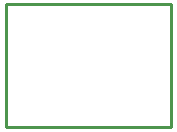
<source format=gko>
G04 Layer: BoardOutline*
G04 EasyEDA v6.4.25, 2022-01-09T10:17:45+02:00*
G04 1d5209dc754949c1a3a8928359d51cf4,01251904fc36440d948a1dcf8ab803a9,10*
G04 Gerber Generator version 0.2*
G04 Scale: 100 percent, Rotated: No, Reflected: No *
G04 Dimensions in millimeters *
G04 leading zeros omitted , absolute positions ,4 integer and 5 decimal *
%FSLAX45Y45*%
%MOMM*%

%ADD10C,0.2540*%
D10*
X698500Y5842000D02*
G01*
X2095500Y5842000D01*
X2100579Y4800600D01*
X701039Y4800600D01*
X698500Y5842000D01*

%LPD*%
M02*

</source>
